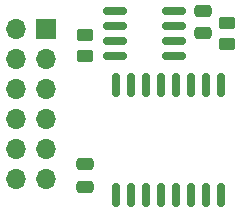
<source format=gts>
%TF.GenerationSoftware,KiCad,Pcbnew,(6.0.5)*%
%TF.CreationDate,2024-07-06T21:03:59+02:00*%
%TF.ProjectId,pmod_mem_2v0,706d6f64-5f6d-4656-9d5f-3276302e6b69,rev?*%
%TF.SameCoordinates,Original*%
%TF.FileFunction,Soldermask,Top*%
%TF.FilePolarity,Negative*%
%FSLAX46Y46*%
G04 Gerber Fmt 4.6, Leading zero omitted, Abs format (unit mm)*
G04 Created by KiCad (PCBNEW (6.0.5)) date 2024-07-06 21:03:59*
%MOMM*%
%LPD*%
G01*
G04 APERTURE LIST*
G04 Aperture macros list*
%AMRoundRect*
0 Rectangle with rounded corners*
0 $1 Rounding radius*
0 $2 $3 $4 $5 $6 $7 $8 $9 X,Y pos of 4 corners*
0 Add a 4 corners polygon primitive as box body*
4,1,4,$2,$3,$4,$5,$6,$7,$8,$9,$2,$3,0*
0 Add four circle primitives for the rounded corners*
1,1,$1+$1,$2,$3*
1,1,$1+$1,$4,$5*
1,1,$1+$1,$6,$7*
1,1,$1+$1,$8,$9*
0 Add four rect primitives between the rounded corners*
20,1,$1+$1,$2,$3,$4,$5,0*
20,1,$1+$1,$4,$5,$6,$7,0*
20,1,$1+$1,$6,$7,$8,$9,0*
20,1,$1+$1,$8,$9,$2,$3,0*%
G04 Aperture macros list end*
%ADD10RoundRect,0.250000X-0.475000X0.250000X-0.475000X-0.250000X0.475000X-0.250000X0.475000X0.250000X0*%
%ADD11RoundRect,0.150000X0.150000X-0.875000X0.150000X0.875000X-0.150000X0.875000X-0.150000X-0.875000X0*%
%ADD12RoundRect,0.250000X-0.450000X0.262500X-0.450000X-0.262500X0.450000X-0.262500X0.450000X0.262500X0*%
%ADD13RoundRect,0.250000X0.475000X-0.250000X0.475000X0.250000X-0.475000X0.250000X-0.475000X-0.250000X0*%
%ADD14R,1.700000X1.700000*%
%ADD15O,1.700000X1.700000*%
%ADD16RoundRect,0.150000X-0.825000X-0.150000X0.825000X-0.150000X0.825000X0.150000X-0.825000X0.150000X0*%
G04 APERTURE END LIST*
D10*
%TO.C,C2*%
X158000000Y-93050000D03*
X158000000Y-94950000D03*
%TD*%
D11*
%TO.C,U2*%
X150555000Y-108650000D03*
X151825000Y-108650000D03*
X153095000Y-108650000D03*
X154365000Y-108650000D03*
X155635000Y-108650000D03*
X156905000Y-108650000D03*
X158175000Y-108650000D03*
X159445000Y-108650000D03*
X159445000Y-99350000D03*
X158175000Y-99350000D03*
X156905000Y-99350000D03*
X155635000Y-99350000D03*
X154365000Y-99350000D03*
X153095000Y-99350000D03*
X151825000Y-99350000D03*
X150555000Y-99350000D03*
%TD*%
D12*
%TO.C,R2*%
X160000000Y-94087500D03*
X160000000Y-95912500D03*
%TD*%
D13*
%TO.C,C1*%
X148000000Y-107950000D03*
X148000000Y-106050000D03*
%TD*%
D14*
%TO.C,PMOD1*%
X144650000Y-94650000D03*
D15*
X144650000Y-97190000D03*
X144650000Y-99730000D03*
X144650000Y-102270000D03*
X144650000Y-104810000D03*
X144650000Y-107350000D03*
X142110000Y-94650000D03*
X142110000Y-97190000D03*
X142110000Y-99730000D03*
X142110000Y-102270000D03*
X142110000Y-104810000D03*
X142110000Y-107350000D03*
%TD*%
D12*
%TO.C,R1*%
X148000000Y-95087500D03*
X148000000Y-96912500D03*
%TD*%
D16*
%TO.C,U1*%
X150525000Y-93095000D03*
X150525000Y-94365000D03*
X150525000Y-95635000D03*
X150525000Y-96905000D03*
X155475000Y-96905000D03*
X155475000Y-95635000D03*
X155475000Y-94365000D03*
X155475000Y-93095000D03*
%TD*%
M02*

</source>
